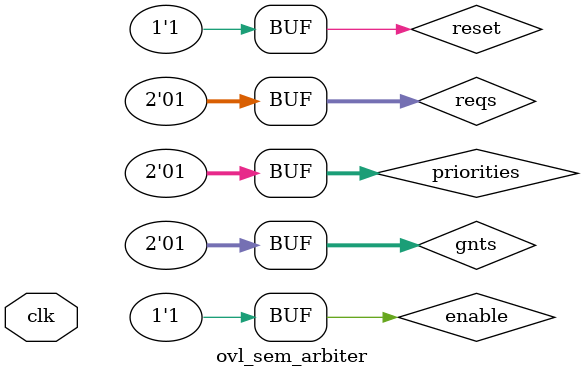
<source format=sv>
module ovl_sem_arbiter(input logic clk);
  logic reset = 1'b1;
  logic enable = 1'b1;
  logic [1:0] reqs = 2'b01;
`ifdef FAIL
  logic [1:0] gnts = 2'b11;
`else
  logic [1:0] gnts = 2'b01;
`endif
  logic [1:0] priorities = 2'b01;

  ovl_arbiter #(
      .width(2),
      .priority_width(1),
      .min_cks(0),
      .max_cks(0),
      .priority_check(0),
      .arbitration_rule(0),
      .one_cycle_gnt_check(0)) dut (
      .clock(clk),
      .reset(reset),
      .enable(enable),
      .reqs(reqs),
      .priorities(priorities),
      .gnts(gnts),
      .fire());
endmodule

</source>
